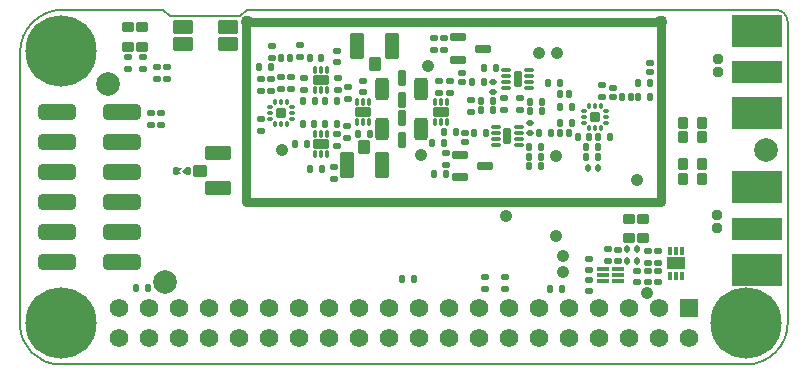
<source format=gts>
G04*
G04 #@! TF.GenerationSoftware,Altium Limited,CircuitStudio,1.5.2 (30)*
G04*
G04 Layer_Color=3394611*
%FSLAX25Y25*%
%MOIN*%
G70*
G01*
G75*
%ADD53C,0.00500*%
%ADD100C,0.03000*%
%ADD101C,0.04137*%
G04:AMPARAMS|DCode=102|XSize=52.02mil|YSize=27.02mil|CornerRadius=5.1mil|HoleSize=0mil|Usage=FLASHONLY|Rotation=90.000|XOffset=0mil|YOffset=0mil|HoleType=Round|Shape=RoundedRectangle|*
%AMROUNDEDRECTD102*
21,1,0.05202,0.01681,0,0,90.0*
21,1,0.04181,0.02702,0,0,90.0*
1,1,0.01021,0.00841,0.02091*
1,1,0.01021,0.00841,-0.02091*
1,1,0.01021,-0.00841,-0.02091*
1,1,0.01021,-0.00841,0.02091*
%
%ADD102ROUNDEDRECTD102*%
G04:AMPARAMS|DCode=103|XSize=73.87mil|YSize=43.95mil|CornerRadius=7.64mil|HoleSize=0mil|Usage=FLASHONLY|Rotation=90.000|XOffset=0mil|YOffset=0mil|HoleType=Round|Shape=RoundedRectangle|*
%AMROUNDEDRECTD103*
21,1,0.07387,0.02866,0,0,90.0*
21,1,0.05858,0.04395,0,0,90.0*
1,1,0.01528,0.01433,0.02929*
1,1,0.01528,0.01433,-0.02929*
1,1,0.01528,-0.01433,-0.02929*
1,1,0.01528,-0.01433,0.02929*
%
%ADD103ROUNDEDRECTD103*%
G04:AMPARAMS|DCode=104|XSize=67.96mil|YSize=44.34mil|CornerRadius=5.63mil|HoleSize=0mil|Usage=FLASHONLY|Rotation=180.000|XOffset=0mil|YOffset=0mil|HoleType=Round|Shape=RoundedRectangle|*
%AMROUNDEDRECTD104*
21,1,0.06796,0.03307,0,0,180.0*
21,1,0.05669,0.04434,0,0,180.0*
1,1,0.01127,-0.02835,0.01654*
1,1,0.01127,0.02835,0.01654*
1,1,0.01127,0.02835,-0.01654*
1,1,0.01127,-0.02835,-0.01654*
%
%ADD104ROUNDEDRECTD104*%
G04:AMPARAMS|DCode=105|XSize=26.38mil|YSize=22.44mil|CornerRadius=6.3mil|HoleSize=0mil|Usage=FLASHONLY|Rotation=180.000|XOffset=0mil|YOffset=0mil|HoleType=Round|Shape=RoundedRectangle|*
%AMROUNDEDRECTD105*
21,1,0.02638,0.00984,0,0,180.0*
21,1,0.01378,0.02244,0,0,180.0*
1,1,0.01260,-0.00689,0.00492*
1,1,0.01260,0.00689,0.00492*
1,1,0.01260,0.00689,-0.00492*
1,1,0.01260,-0.00689,-0.00492*
%
%ADD105ROUNDEDRECTD105*%
G04:AMPARAMS|DCode=106|XSize=26.38mil|YSize=22.44mil|CornerRadius=6.3mil|HoleSize=0mil|Usage=FLASHONLY|Rotation=270.000|XOffset=0mil|YOffset=0mil|HoleType=Round|Shape=RoundedRectangle|*
%AMROUNDEDRECTD106*
21,1,0.02638,0.00984,0,0,270.0*
21,1,0.01378,0.02244,0,0,270.0*
1,1,0.01260,-0.00492,-0.00689*
1,1,0.01260,-0.00492,0.00689*
1,1,0.01260,0.00492,0.00689*
1,1,0.01260,0.00492,-0.00689*
%
%ADD106ROUNDEDRECTD106*%
G04:AMPARAMS|DCode=107|XSize=34.89mil|YSize=39.61mil|CornerRadius=6.28mil|HoleSize=0mil|Usage=FLASHONLY|Rotation=270.000|XOffset=0mil|YOffset=0mil|HoleType=Round|Shape=RoundedRectangle|*
%AMROUNDEDRECTD107*
21,1,0.03489,0.02705,0,0,270.0*
21,1,0.02232,0.03961,0,0,270.0*
1,1,0.01257,-0.01352,-0.01116*
1,1,0.01257,-0.01352,0.01116*
1,1,0.01257,0.01352,0.01116*
1,1,0.01257,0.01352,-0.01116*
%
%ADD107ROUNDEDRECTD107*%
G04:AMPARAMS|DCode=108|XSize=34.89mil|YSize=39.61mil|CornerRadius=6.28mil|HoleSize=0mil|Usage=FLASHONLY|Rotation=180.000|XOffset=0mil|YOffset=0mil|HoleType=Round|Shape=RoundedRectangle|*
%AMROUNDEDRECTD108*
21,1,0.03489,0.02705,0,0,180.0*
21,1,0.02232,0.03961,0,0,180.0*
1,1,0.01257,-0.01116,0.01352*
1,1,0.01257,0.01116,0.01352*
1,1,0.01257,0.01116,-0.01352*
1,1,0.01257,-0.01116,-0.01352*
%
%ADD108ROUNDEDRECTD108*%
G04:AMPARAMS|DCode=109|XSize=30.56mil|YSize=30.56mil|CornerRadius=4.26mil|HoleSize=0mil|Usage=FLASHONLY|Rotation=270.000|XOffset=0mil|YOffset=0mil|HoleType=Round|Shape=RoundedRectangle|*
%AMROUNDEDRECTD109*
21,1,0.03056,0.02205,0,0,270.0*
21,1,0.02205,0.03056,0,0,270.0*
1,1,0.00851,-0.01102,-0.01102*
1,1,0.00851,-0.01102,0.01102*
1,1,0.00851,0.01102,0.01102*
1,1,0.00851,0.01102,-0.01102*
%
%ADD109ROUNDEDRECTD109*%
G04:AMPARAMS|DCode=110|XSize=16.93mil|YSize=25.76mil|CornerRadius=2.09mil|HoleSize=0mil|Usage=FLASHONLY|Rotation=180.000|XOffset=0mil|YOffset=0mil|HoleType=Round|Shape=RoundedRectangle|*
%AMROUNDEDRECTD110*
21,1,0.01693,0.02158,0,0,180.0*
21,1,0.01276,0.02576,0,0,180.0*
1,1,0.00417,-0.00638,0.01079*
1,1,0.00417,0.00638,0.01079*
1,1,0.00417,0.00638,-0.01079*
1,1,0.00417,-0.00638,-0.01079*
%
%ADD110ROUNDEDRECTD110*%
G04:AMPARAMS|DCode=111|XSize=16.93mil|YSize=25.76mil|CornerRadius=2.09mil|HoleSize=0mil|Usage=FLASHONLY|Rotation=90.000|XOffset=0mil|YOffset=0mil|HoleType=Round|Shape=RoundedRectangle|*
%AMROUNDEDRECTD111*
21,1,0.01693,0.02158,0,0,90.0*
21,1,0.01276,0.02576,0,0,90.0*
1,1,0.00417,0.01079,0.00638*
1,1,0.00417,0.01079,-0.00638*
1,1,0.00417,-0.01079,-0.00638*
1,1,0.00417,-0.01079,0.00638*
%
%ADD111ROUNDEDRECTD111*%
G04:AMPARAMS|DCode=112|XSize=26.38mil|YSize=20.47mil|CornerRadius=5.81mil|HoleSize=0mil|Usage=FLASHONLY|Rotation=270.000|XOffset=0mil|YOffset=0mil|HoleType=Round|Shape=RoundedRectangle|*
%AMROUNDEDRECTD112*
21,1,0.02638,0.00886,0,0,270.0*
21,1,0.01476,0.02047,0,0,270.0*
1,1,0.01161,-0.00443,-0.00738*
1,1,0.01161,-0.00443,0.00738*
1,1,0.01161,0.00443,0.00738*
1,1,0.01161,0.00443,-0.00738*
%
%ADD112ROUNDEDRECTD112*%
G04:AMPARAMS|DCode=113|XSize=26.38mil|YSize=20.47mil|CornerRadius=5.81mil|HoleSize=0mil|Usage=FLASHONLY|Rotation=0.000|XOffset=0mil|YOffset=0mil|HoleType=Round|Shape=RoundedRectangle|*
%AMROUNDEDRECTD113*
21,1,0.02638,0.00886,0,0,0.0*
21,1,0.01476,0.02047,0,0,0.0*
1,1,0.01161,0.00738,-0.00443*
1,1,0.01161,-0.00738,-0.00443*
1,1,0.01161,-0.00738,0.00443*
1,1,0.01161,0.00738,0.00443*
%
%ADD113ROUNDEDRECTD113*%
G04:AMPARAMS|DCode=114|XSize=50.24mil|YSize=26.61mil|CornerRadius=5.04mil|HoleSize=0mil|Usage=FLASHONLY|Rotation=90.000|XOffset=0mil|YOffset=0mil|HoleType=Round|Shape=RoundedRectangle|*
%AMROUNDEDRECTD114*
21,1,0.05024,0.01654,0,0,90.0*
21,1,0.04016,0.02661,0,0,90.0*
1,1,0.01008,0.00827,0.02008*
1,1,0.01008,0.00827,-0.02008*
1,1,0.01008,-0.00827,-0.02008*
1,1,0.01008,-0.00827,0.02008*
%
%ADD114ROUNDEDRECTD114*%
G04:AMPARAMS|DCode=115|XSize=12.84mil|YSize=32.52mil|CornerRadius=2.97mil|HoleSize=0mil|Usage=FLASHONLY|Rotation=90.000|XOffset=0mil|YOffset=0mil|HoleType=Round|Shape=RoundedRectangle|*
%AMROUNDEDRECTD115*
21,1,0.01284,0.02658,0,0,90.0*
21,1,0.00689,0.03252,0,0,90.0*
1,1,0.00595,0.01329,0.00345*
1,1,0.00595,0.01329,-0.00345*
1,1,0.00595,-0.01329,-0.00345*
1,1,0.00595,-0.01329,0.00345*
%
%ADD115ROUNDEDRECTD115*%
%ADD116C,0.07874*%
%ADD117R,0.16796X0.10792*%
%ADD118R,0.16796X0.07308*%
G04:AMPARAMS|DCode=119|XSize=51.43mil|YSize=26.62mil|CornerRadius=4.45mil|HoleSize=0mil|Usage=FLASHONLY|Rotation=0.000|XOffset=0mil|YOffset=0mil|HoleType=Round|Shape=RoundedRectangle|*
%AMROUNDEDRECTD119*
21,1,0.05143,0.01772,0,0,0.0*
21,1,0.04252,0.02662,0,0,0.0*
1,1,0.00891,0.02126,-0.00886*
1,1,0.00891,-0.02126,-0.00886*
1,1,0.00891,-0.02126,0.00886*
1,1,0.00891,0.02126,0.00886*
%
%ADD119ROUNDEDRECTD119*%
G04:AMPARAMS|DCode=120|XSize=24.41mil|YSize=20.47mil|CornerRadius=5.81mil|HoleSize=0mil|Usage=FLASHONLY|Rotation=90.000|XOffset=0mil|YOffset=0mil|HoleType=Round|Shape=RoundedRectangle|*
%AMROUNDEDRECTD120*
21,1,0.02441,0.00886,0,0,90.0*
21,1,0.01280,0.02047,0,0,90.0*
1,1,0.01161,0.00443,0.00640*
1,1,0.01161,0.00443,-0.00640*
1,1,0.01161,-0.00443,-0.00640*
1,1,0.01161,-0.00443,0.00640*
%
%ADD120ROUNDEDRECTD120*%
G04:AMPARAMS|DCode=121|XSize=24.41mil|YSize=20.47mil|CornerRadius=5.81mil|HoleSize=0mil|Usage=FLASHONLY|Rotation=180.000|XOffset=0mil|YOffset=0mil|HoleType=Round|Shape=RoundedRectangle|*
%AMROUNDEDRECTD121*
21,1,0.02441,0.00886,0,0,180.0*
21,1,0.01280,0.02047,0,0,180.0*
1,1,0.01161,-0.00640,0.00443*
1,1,0.01161,0.00640,0.00443*
1,1,0.01161,0.00640,-0.00443*
1,1,0.01161,-0.00640,-0.00443*
%
%ADD121ROUNDEDRECTD121*%
G04:AMPARAMS|DCode=122|XSize=127.2mil|YSize=52mil|CornerRadius=13.5mil|HoleSize=0mil|Usage=FLASHONLY|Rotation=180.000|XOffset=0mil|YOffset=0mil|HoleType=Round|Shape=RoundedRectangle|*
%AMROUNDEDRECTD122*
21,1,0.12720,0.02500,0,0,180.0*
21,1,0.10020,0.05200,0,0,180.0*
1,1,0.02700,-0.05010,0.01250*
1,1,0.02700,0.05010,0.01250*
1,1,0.02700,0.05010,-0.01250*
1,1,0.02700,-0.05010,-0.01250*
%
%ADD122ROUNDEDRECTD122*%
G04:AMPARAMS|DCode=123|XSize=24.65mil|YSize=12.84mil|CornerRadius=2.97mil|HoleSize=0mil|Usage=FLASHONLY|Rotation=90.000|XOffset=0mil|YOffset=0mil|HoleType=Round|Shape=RoundedRectangle|*
%AMROUNDEDRECTD123*
21,1,0.02465,0.00689,0,0,90.0*
21,1,0.01870,0.01284,0,0,90.0*
1,1,0.00595,0.00345,0.00935*
1,1,0.00595,0.00345,-0.00935*
1,1,0.00595,-0.00345,-0.00935*
1,1,0.00595,-0.00345,0.00935*
%
%ADD123ROUNDEDRECTD123*%
G04:AMPARAMS|DCode=124|XSize=54.17mil|YSize=34.49mil|CornerRadius=6.22mil|HoleSize=0mil|Usage=FLASHONLY|Rotation=180.000|XOffset=0mil|YOffset=0mil|HoleType=Round|Shape=RoundedRectangle|*
%AMROUNDEDRECTD124*
21,1,0.05417,0.02205,0,0,180.0*
21,1,0.04173,0.03449,0,0,180.0*
1,1,0.01244,-0.02087,0.01102*
1,1,0.01244,0.02087,0.01102*
1,1,0.01244,0.02087,-0.01102*
1,1,0.01244,-0.02087,-0.01102*
%
%ADD124ROUNDEDRECTD124*%
G04:AMPARAMS|DCode=125|XSize=42.37mil|YSize=44.34mil|CornerRadius=5.44mil|HoleSize=0mil|Usage=FLASHONLY|Rotation=270.000|XOffset=0mil|YOffset=0mil|HoleType=Round|Shape=RoundedRectangle|*
%AMROUNDEDRECTD125*
21,1,0.04237,0.03347,0,0,270.0*
21,1,0.03150,0.04434,0,0,270.0*
1,1,0.01087,-0.01673,-0.01575*
1,1,0.01087,-0.01673,0.01575*
1,1,0.01087,0.01673,0.01575*
1,1,0.01087,0.01673,-0.01575*
%
%ADD125ROUNDEDRECTD125*%
G04:AMPARAMS|DCode=126|XSize=44.34mil|YSize=89.61mil|CornerRadius=5.63mil|HoleSize=0mil|Usage=FLASHONLY|Rotation=270.000|XOffset=0mil|YOffset=0mil|HoleType=Round|Shape=RoundedRectangle|*
%AMROUNDEDRECTD126*
21,1,0.04434,0.07835,0,0,270.0*
21,1,0.03307,0.08961,0,0,270.0*
1,1,0.01127,-0.03917,-0.01654*
1,1,0.01127,-0.03917,0.01654*
1,1,0.01127,0.03917,0.01654*
1,1,0.01127,0.03917,-0.01654*
%
%ADD126ROUNDEDRECTD126*%
G04:AMPARAMS|DCode=127|XSize=42.37mil|YSize=44.34mil|CornerRadius=5.44mil|HoleSize=0mil|Usage=FLASHONLY|Rotation=180.000|XOffset=0mil|YOffset=0mil|HoleType=Round|Shape=RoundedRectangle|*
%AMROUNDEDRECTD127*
21,1,0.04237,0.03347,0,0,180.0*
21,1,0.03150,0.04434,0,0,180.0*
1,1,0.01087,-0.01575,0.01673*
1,1,0.01087,0.01575,0.01673*
1,1,0.01087,0.01575,-0.01673*
1,1,0.01087,-0.01575,-0.01673*
%
%ADD127ROUNDEDRECTD127*%
G04:AMPARAMS|DCode=128|XSize=44.34mil|YSize=89.61mil|CornerRadius=5.63mil|HoleSize=0mil|Usage=FLASHONLY|Rotation=180.000|XOffset=0mil|YOffset=0mil|HoleType=Round|Shape=RoundedRectangle|*
%AMROUNDEDRECTD128*
21,1,0.04434,0.07835,0,0,180.0*
21,1,0.03307,0.08961,0,0,180.0*
1,1,0.01127,-0.01654,0.03917*
1,1,0.01127,0.01654,0.03917*
1,1,0.01127,0.01654,-0.03917*
1,1,0.01127,-0.01654,-0.03917*
%
%ADD128ROUNDEDRECTD128*%
G04:AMPARAMS|DCode=129|XSize=20.87mil|YSize=10.63mil|CornerRadius=4.53mil|HoleSize=0mil|Usage=FLASHONLY|Rotation=180.000|XOffset=0mil|YOffset=0mil|HoleType=Round|Shape=RoundedRectangle|*
%AMROUNDEDRECTD129*
21,1,0.02087,0.00158,0,0,180.0*
21,1,0.01181,0.01063,0,0,180.0*
1,1,0.00906,-0.00591,0.00079*
1,1,0.00906,0.00591,0.00079*
1,1,0.00906,0.00591,-0.00079*
1,1,0.00906,-0.00591,-0.00079*
%
%ADD129ROUNDEDRECTD129*%
G04:AMPARAMS|DCode=130|XSize=20.87mil|YSize=10.63mil|CornerRadius=4.53mil|HoleSize=0mil|Usage=FLASHONLY|Rotation=270.000|XOffset=0mil|YOffset=0mil|HoleType=Round|Shape=RoundedRectangle|*
%AMROUNDEDRECTD130*
21,1,0.02087,0.00158,0,0,270.0*
21,1,0.01181,0.01063,0,0,270.0*
1,1,0.00906,-0.00079,-0.00591*
1,1,0.00906,-0.00079,0.00591*
1,1,0.00906,0.00079,0.00591*
1,1,0.00906,0.00079,-0.00591*
%
%ADD130ROUNDEDRECTD130*%
G04:AMPARAMS|DCode=131|XSize=34.25mil|YSize=34.25mil|CornerRadius=4.53mil|HoleSize=0mil|Usage=FLASHONLY|Rotation=270.000|XOffset=0mil|YOffset=0mil|HoleType=Round|Shape=RoundedRectangle|*
%AMROUNDEDRECTD131*
21,1,0.03425,0.02520,0,0,270.0*
21,1,0.02520,0.03425,0,0,270.0*
1,1,0.00906,-0.01260,-0.01260*
1,1,0.00906,-0.01260,0.01260*
1,1,0.00906,0.01260,0.01260*
1,1,0.00906,0.01260,-0.01260*
%
%ADD131ROUNDEDRECTD131*%
G04:AMPARAMS|DCode=132|XSize=27.59mil|YSize=13.81mil|CornerRadius=3.95mil|HoleSize=0mil|Usage=FLASHONLY|Rotation=270.000|XOffset=0mil|YOffset=0mil|HoleType=Round|Shape=RoundedRectangle|*
%AMROUNDEDRECTD132*
21,1,0.02759,0.00591,0,0,270.0*
21,1,0.01969,0.01381,0,0,270.0*
1,1,0.00791,-0.00295,-0.00984*
1,1,0.00791,-0.00295,0.00984*
1,1,0.00791,0.00295,0.00984*
1,1,0.00791,0.00295,-0.00984*
%
%ADD132ROUNDEDRECTD132*%
G04:AMPARAMS|DCode=133|XSize=63.02mil|YSize=42.16mil|CornerRadius=5.02mil|HoleSize=0mil|Usage=FLASHONLY|Rotation=0.000|XOffset=0mil|YOffset=0mil|HoleType=Round|Shape=RoundedRectangle|*
%AMROUNDEDRECTD133*
21,1,0.06302,0.03213,0,0,0.0*
21,1,0.05299,0.04216,0,0,0.0*
1,1,0.01003,0.02649,-0.01606*
1,1,0.01003,-0.02649,-0.01606*
1,1,0.01003,-0.02649,0.01606*
1,1,0.01003,0.02649,0.01606*
%
%ADD133ROUNDEDRECTD133*%
G04:AMPARAMS|DCode=134|XSize=40.01mil|YSize=13.63mil|CornerRadius=2.83mil|HoleSize=0mil|Usage=FLASHONLY|Rotation=180.000|XOffset=0mil|YOffset=0mil|HoleType=Round|Shape=RoundedRectangle|*
%AMROUNDEDRECTD134*
21,1,0.04001,0.00797,0,0,180.0*
21,1,0.03435,0.01363,0,0,180.0*
1,1,0.00566,-0.01718,0.00399*
1,1,0.00566,0.01718,0.00399*
1,1,0.00566,0.01718,-0.00399*
1,1,0.00566,-0.01718,-0.00399*
%
%ADD134ROUNDEDRECTD134*%
%ADD135C,0.23748*%
%ADD136R,0.06206X0.06206*%
%ADD137C,0.06206*%
%ADD138C,0.02662*%
%ADD139C,0.04300*%
G36*
X1088476Y764981D02*
X1087576Y764081D01*
Y763781D01*
X1088476Y762881D01*
Y762781D01*
X1086776D01*
Y765081D01*
X1088476D01*
Y764981D01*
D02*
G37*
G36*
X1090376Y762781D02*
X1089576D01*
X1088576Y763781D01*
Y764081D01*
X1089576Y765081D01*
X1090376D01*
Y762781D01*
D02*
G37*
D53*
X1290528Y813564D02*
G03*
X1286362Y817730I-4166J0D01*
G01*
X1048995D02*
G03*
X1034623Y803358I0J-14372D01*
G01*
X1034623Y712769D02*
G03*
X1047891Y699502I13268J0D01*
G01*
X1276749Y699502D02*
G03*
X1290528Y713281I0J13780D01*
G01*
X1107961Y815466D02*
X1110224Y817730D01*
X1048995D02*
X1082327D01*
X1084591Y815466D01*
X1290528Y767631D02*
Y813564D01*
X1110224Y817730D02*
X1286362D01*
X1290528Y713281D02*
Y718006D01*
X1034623Y796470D02*
Y803358D01*
X1084591Y815466D02*
X1107961D01*
X1290528Y718006D02*
Y767631D01*
X1034623Y712769D02*
X1034623Y796470D01*
X1047891Y699502D02*
X1276749Y699502D01*
D100*
X1109876Y813561D02*
X1248276D01*
Y753681D02*
Y813561D01*
X1109876Y753681D02*
X1248276D01*
X1109876D02*
Y813561D01*
D101*
X1215676Y730181D02*
D03*
X1170476Y798881D02*
D03*
X1213676Y803381D02*
D03*
X1207676D02*
D03*
X1168176Y769281D02*
D03*
X1121976Y770781D02*
D03*
X1213376Y769081D02*
D03*
X1240276Y761081D02*
D03*
X1196476Y748781D02*
D03*
X1215676Y735581D02*
D03*
X1243776Y723181D02*
D03*
X1213377Y742264D02*
D03*
D102*
X1161836Y774360D02*
D03*
Y781663D02*
D03*
X1161826Y787509D02*
D03*
Y794813D02*
D03*
D103*
X1168233Y778011D02*
D03*
X1155438D02*
D03*
X1168223Y791161D02*
D03*
X1155428D02*
D03*
D104*
X1103954Y806327D02*
D03*
Y812035D02*
D03*
X1088797Y806327D02*
D03*
Y812035D02*
D03*
D105*
X1185079Y783610D02*
D03*
Y787547D02*
D03*
X1118606Y805650D02*
D03*
Y801713D02*
D03*
X1127856Y805830D02*
D03*
Y801893D02*
D03*
X1140566Y790923D02*
D03*
Y794860D02*
D03*
X1148996Y794100D02*
D03*
Y790163D02*
D03*
X1195922Y788202D02*
D03*
Y784265D02*
D03*
X1201172Y788271D02*
D03*
Y784334D02*
D03*
X1228476Y792650D02*
D03*
Y788713D02*
D03*
X1174276Y793850D02*
D03*
Y789913D02*
D03*
X1177876D02*
D03*
Y793850D02*
D03*
X1143876Y788013D02*
D03*
Y791950D02*
D03*
X1143776Y778950D02*
D03*
Y775013D02*
D03*
X1139296Y761343D02*
D03*
Y765280D02*
D03*
X1129376Y791113D02*
D03*
Y795050D02*
D03*
X1140176Y804110D02*
D03*
Y800173D02*
D03*
X1083476Y794613D02*
D03*
Y798550D02*
D03*
X1224376Y723813D02*
D03*
Y727750D02*
D03*
X1233876Y737750D02*
D03*
Y733813D02*
D03*
X1240401Y730724D02*
D03*
Y726787D02*
D03*
X1224276Y734750D02*
D03*
Y730813D02*
D03*
X1140376Y776150D02*
D03*
Y772213D02*
D03*
X1114976Y794550D02*
D03*
Y790613D02*
D03*
X1124876Y791413D02*
D03*
Y795350D02*
D03*
X1121676Y791413D02*
D03*
Y795350D02*
D03*
X1115000Y781248D02*
D03*
Y777311D02*
D03*
X1078176Y783250D02*
D03*
Y779313D02*
D03*
X1247201Y726787D02*
D03*
Y730724D02*
D03*
X1243801Y733387D02*
D03*
Y737324D02*
D03*
Y726787D02*
D03*
Y730724D02*
D03*
X1247201Y737324D02*
D03*
Y733387D02*
D03*
X1118376Y794550D02*
D03*
Y790613D02*
D03*
X1081576Y783250D02*
D03*
Y779313D02*
D03*
D106*
X1135292Y764580D02*
D03*
X1131355D02*
D03*
X1118154Y798691D02*
D03*
X1114217D02*
D03*
X1135079Y801721D02*
D03*
X1131142D02*
D03*
X1188442Y784265D02*
D03*
X1192379D02*
D03*
X1189229Y798439D02*
D03*
X1193166D02*
D03*
X1176044Y773171D02*
D03*
X1172107D02*
D03*
X1240707Y793181D02*
D03*
X1244644D02*
D03*
X1218644Y785181D02*
D03*
X1214707D02*
D03*
X1214508Y793354D02*
D03*
X1210571D02*
D03*
X1214705Y779969D02*
D03*
X1218642D02*
D03*
X1180031Y776930D02*
D03*
X1176094D02*
D03*
X1204583Y783872D02*
D03*
X1208521D02*
D03*
X1189844Y776681D02*
D03*
X1185907D02*
D03*
X1208344Y771981D02*
D03*
X1204407D02*
D03*
X1147227Y776441D02*
D03*
X1151164D02*
D03*
X1185307Y793481D02*
D03*
X1189244D02*
D03*
X1208521Y787021D02*
D03*
X1204583D02*
D03*
X1188442Y787415D02*
D03*
X1192379D02*
D03*
X1207717Y776524D02*
D03*
X1211654D02*
D03*
X1128907Y787281D02*
D03*
X1132844D02*
D03*
X1126237Y772848D02*
D03*
X1130174D02*
D03*
X1223307Y768481D02*
D03*
X1227244D02*
D03*
X1224449Y775343D02*
D03*
X1220512D02*
D03*
X1227205D02*
D03*
X1231142D02*
D03*
X1240707Y788681D02*
D03*
X1244644D02*
D03*
X1140144Y779681D02*
D03*
X1136207D02*
D03*
X1140244Y787281D02*
D03*
X1136307D02*
D03*
X1128807Y779681D02*
D03*
X1132744D02*
D03*
X1165844Y727781D02*
D03*
X1161907D02*
D03*
X1223307Y771881D02*
D03*
X1227244D02*
D03*
D107*
X1242376Y748070D02*
D03*
Y741692D02*
D03*
X1237476Y748070D02*
D03*
Y741692D02*
D03*
X1070636Y811800D02*
D03*
Y805422D02*
D03*
X1075456Y811820D02*
D03*
Y805442D02*
D03*
D108*
X1262065Y766181D02*
D03*
X1255687D02*
D03*
X1262065Y761381D02*
D03*
X1255687D02*
D03*
X1262065Y775181D02*
D03*
X1255687D02*
D03*
X1262065Y779881D02*
D03*
X1255687D02*
D03*
D109*
X1266887Y749127D02*
D03*
Y744797D02*
D03*
X1267433Y801128D02*
D03*
Y796797D02*
D03*
D110*
X1121716Y801681D02*
D03*
X1124716D02*
D03*
X1217583Y789713D02*
D03*
X1214583D02*
D03*
X1217583Y776524D02*
D03*
X1214583D02*
D03*
X1235276Y788681D02*
D03*
X1238276D02*
D03*
D111*
X1232276Y791681D02*
D03*
Y788681D02*
D03*
X1244576Y799781D02*
D03*
Y796781D02*
D03*
X1181929Y796610D02*
D03*
Y793610D02*
D03*
X1182876Y773581D02*
D03*
Y776581D02*
D03*
D112*
X1172676Y762981D02*
D03*
X1176676D02*
D03*
X1215276Y724481D02*
D03*
X1211276D02*
D03*
X1208276Y765581D02*
D03*
X1204276D02*
D03*
X1204366Y768759D02*
D03*
X1208366D02*
D03*
X1086476Y763931D02*
D03*
X1090476D02*
D03*
X1073176Y724881D02*
D03*
X1077176D02*
D03*
D113*
X1175976Y804381D02*
D03*
Y808381D02*
D03*
X1176676Y765781D02*
D03*
Y769781D02*
D03*
X1070676Y802081D02*
D03*
Y798081D02*
D03*
X1075476Y802081D02*
D03*
Y798081D02*
D03*
X1080176Y798681D02*
D03*
Y794681D02*
D03*
X1172776Y804381D02*
D03*
Y808381D02*
D03*
X1196376Y728481D02*
D03*
Y724481D02*
D03*
X1189776Y728481D02*
D03*
Y724481D02*
D03*
X1230676Y737781D02*
D03*
Y733781D02*
D03*
D114*
X1197028Y775638D02*
D03*
X1200532Y794535D02*
D03*
D115*
X1200906Y772685D02*
D03*
Y774654D02*
D03*
Y776622D02*
D03*
Y778591D02*
D03*
X1193150Y772685D02*
D03*
Y774654D02*
D03*
Y776622D02*
D03*
Y778591D02*
D03*
X1196654Y797488D02*
D03*
Y795520D02*
D03*
Y793551D02*
D03*
Y791583D02*
D03*
X1204410Y797488D02*
D03*
Y795520D02*
D03*
Y793551D02*
D03*
Y791583D02*
D03*
D116*
X1063876Y793081D02*
D03*
X1082976Y726781D02*
D03*
X1283127Y770886D02*
D03*
D117*
X1280174Y783114D02*
D03*
Y810614D02*
D03*
Y730948D02*
D03*
Y758448D02*
D03*
D118*
Y796864D02*
D03*
Y744698D02*
D03*
D119*
X1180725Y808478D02*
D03*
X1189072Y804738D02*
D03*
X1180725Y800998D02*
D03*
X1181415Y769403D02*
D03*
X1189761Y765662D02*
D03*
X1181415Y761922D02*
D03*
D120*
X1227249Y764881D02*
D03*
X1223903D02*
D03*
X1237102Y737781D02*
D03*
X1240448D02*
D03*
X1237102Y733781D02*
D03*
X1240448D02*
D03*
D121*
X1192376Y793681D02*
D03*
Y790335D02*
D03*
X1204567Y776622D02*
D03*
Y779968D02*
D03*
D122*
X1046985Y783478D02*
D03*
Y773478D02*
D03*
Y763478D02*
D03*
Y753478D02*
D03*
Y743478D02*
D03*
Y733478D02*
D03*
X1068481Y783478D02*
D03*
Y773478D02*
D03*
Y763478D02*
D03*
Y753478D02*
D03*
Y743478D02*
D03*
Y733478D02*
D03*
D123*
X1172867Y780405D02*
D03*
X1174836D02*
D03*
X1176804D02*
D03*
Y787098D02*
D03*
X1174836D02*
D03*
X1172867D02*
D03*
X1147027Y780325D02*
D03*
X1148996D02*
D03*
X1150964D02*
D03*
Y787018D02*
D03*
X1148996D02*
D03*
X1147027D02*
D03*
X1137047Y776327D02*
D03*
X1135079D02*
D03*
X1133110D02*
D03*
Y769634D02*
D03*
X1135079D02*
D03*
X1137047D02*
D03*
X1133110Y790894D02*
D03*
X1135079D02*
D03*
X1137047D02*
D03*
Y797587D02*
D03*
X1135079D02*
D03*
X1133110D02*
D03*
D124*
X1174836Y783751D02*
D03*
X1148996Y783671D02*
D03*
X1135079Y772980D02*
D03*
Y794240D02*
D03*
D125*
X1094472Y763981D02*
D03*
D126*
X1100476Y769788D02*
D03*
Y758174D02*
D03*
D127*
X1149446Y772005D02*
D03*
X1152846Y799577D02*
D03*
D128*
X1155253Y766001D02*
D03*
X1143639D02*
D03*
X1147038Y805581D02*
D03*
X1158653D02*
D03*
D129*
X1125354Y781248D02*
D03*
Y783217D02*
D03*
Y785185D02*
D03*
X1118032D02*
D03*
Y783217D02*
D03*
Y781248D02*
D03*
X1222756Y784004D02*
D03*
Y782035D02*
D03*
Y780067D02*
D03*
X1230079D02*
D03*
Y782035D02*
D03*
Y784004D02*
D03*
D130*
X1123662Y786878D02*
D03*
X1121693D02*
D03*
X1119724D02*
D03*
Y779555D02*
D03*
X1121693D02*
D03*
X1123662D02*
D03*
X1224449Y778374D02*
D03*
X1226417D02*
D03*
X1228386D02*
D03*
Y785697D02*
D03*
X1226417D02*
D03*
X1224449D02*
D03*
D131*
X1121693Y783217D02*
D03*
X1226417Y782035D02*
D03*
D132*
X1255270Y737290D02*
D03*
X1253301D02*
D03*
X1251332D02*
D03*
Y729022D02*
D03*
X1253301D02*
D03*
X1255270D02*
D03*
D133*
X1253301Y733156D02*
D03*
D134*
X1233856Y727413D02*
D03*
Y729381D02*
D03*
Y731350D02*
D03*
X1228895D02*
D03*
Y729381D02*
D03*
Y727413D02*
D03*
D135*
X1276749Y713281D02*
D03*
X1048402Y803832D02*
D03*
Y713281D02*
D03*
D136*
X1257576Y718281D02*
D03*
D137*
Y708281D02*
D03*
X1247576Y718281D02*
D03*
Y708281D02*
D03*
X1237576Y718281D02*
D03*
Y708281D02*
D03*
X1227576Y718281D02*
D03*
Y708281D02*
D03*
X1217576Y718281D02*
D03*
Y708281D02*
D03*
X1207576Y718281D02*
D03*
Y708281D02*
D03*
X1197576Y718281D02*
D03*
Y708281D02*
D03*
X1187576Y718281D02*
D03*
Y708281D02*
D03*
X1177576Y718281D02*
D03*
Y708281D02*
D03*
X1167576Y718281D02*
D03*
Y708281D02*
D03*
X1157576Y718281D02*
D03*
Y708281D02*
D03*
X1147576Y718281D02*
D03*
Y708281D02*
D03*
X1137576Y718281D02*
D03*
Y708281D02*
D03*
X1127576Y718281D02*
D03*
Y708281D02*
D03*
X1117576Y718281D02*
D03*
Y708281D02*
D03*
X1107576Y718281D02*
D03*
Y708281D02*
D03*
X1067576D02*
D03*
Y718281D02*
D03*
X1077576Y708281D02*
D03*
Y718281D02*
D03*
X1087576Y708281D02*
D03*
Y718281D02*
D03*
X1097576Y708281D02*
D03*
Y718281D02*
D03*
D138*
X1088403Y812331D02*
D03*
X1104348D02*
D03*
D139*
X1248276Y813561D02*
D03*
X1110176D02*
D03*
M02*

</source>
